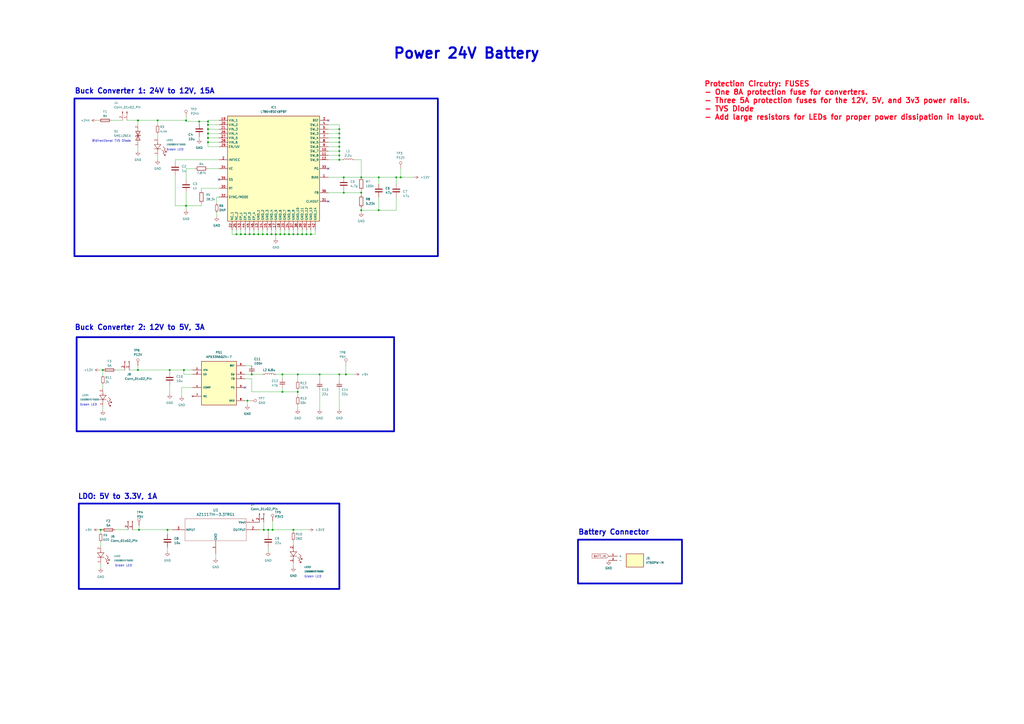
<source format=kicad_sch>
(kicad_sch (version 20231120) (generator "eeschema") (generator_version "8.0")
  (paper "A2")
  (lib_symbols
    (symbol "2024-02-15_17-38-45:AZ1117IH-3.3TRG1" (pin_names (offset 0.254))
      (property "Reference" "U1" (at 25.4 10.16 0))
      (property "Value" "AZ1117IH-3.3TRG1" (at 25.4 7.62 0))
      (symbol "AZ1117IH-3.3TRG1_0_1"
        (polyline (pts (xy 7.62 -7.62) (xy 43.18 -7.62)) (stroke (width 0.127)))
        (polyline (pts (xy 7.62 5.08) (xy 7.62 -7.62)) (stroke (width 0.127)))
        (polyline (pts (xy 43.18 -7.62) (xy 43.18 5.08)) (stroke (width 0.127)))
        (polyline (pts (xy 43.18 5.08) (xy 7.62 5.08)) (stroke (width 0.127)))
        (pin output line (at 50.8 -1.27 180) (length 7.62) (name "OUTPUT") (number "2"))
      )
      (symbol "AZ1117IH-3.3TRG1_1_1"
        (pin power_out line (at 25.4 -15.24 90) (length 7.62) (name "GND") (number "1"))
        (pin input line (at 0 -1.27 0) (length 7.62) (name "INPUT") (number "3"))
        (pin input line (at 50.8 3.175 180) (length 7.62) (name "Vout") (number "4"))
      )
    )
    (symbol "2024-02-25_19-51-49:150080VS75000" (pin_names (offset 0.254))
      (property "Reference" "LED" (at 5.08 -4.445 0))
      (property "Value" "150080VS75000" (at 5.08 -7.62 0))
      (symbol "150080VS75000_1_1"
        (polyline (pts (xy 2.54 0) (xy 3.4798 0)) (stroke (width 0.2032)))
        (polyline (pts (xy 3.175 0) (xy 3.81 0)) (stroke (width 0.2032)))
        (polyline (pts (xy 3.81 -1.905) (xy 6.35 0)) (stroke (width 0.2032)))
        (polyline (pts (xy 3.81 1.905) (xy 3.81 -1.905)) (stroke (width 0.2032)))
        (polyline (pts (xy 5.08 3.175) (xy 6.35 4.445)) (stroke (width 0.2032)))
        (polyline (pts (xy 6.35 -1.905) (xy 6.35 1.905)) (stroke (width 0.2032)))
        (polyline (pts (xy 6.35 0) (xy 3.81 1.905)) (stroke (width 0.2032)))
        (polyline (pts (xy 6.35 0) (xy 7.62 0)) (stroke (width 0.2032)))
        (polyline (pts (xy 6.35 4.445) (xy 6.985 3.81)) (stroke (width 0.2032)))
        (polyline (pts (xy 6.985 2.54) (xy 8.255 3.81)) (stroke (width 0.2032)))
        (polyline (pts (xy 6.985 3.81) (xy 8.255 5.08)) (stroke (width 0.2032)))
        (polyline (pts (xy 7.62 5.08) (xy 8.255 4.445)) (stroke (width 0.2032)))
        (polyline (pts (xy 8.255 3.81) (xy 8.89 3.175)) (stroke (width 0.2032)))
        (polyline (pts (xy 8.255 4.445) (xy 8.255 5.08)) (stroke (width 0.2032)))
        (polyline (pts (xy 8.255 5.08) (xy 7.62 5.08)) (stroke (width 0.2032)))
        (polyline (pts (xy 8.89 3.175) (xy 10.16 4.445)) (stroke (width 0.2032)))
        (polyline (pts (xy 9.525 4.445) (xy 10.16 3.81)) (stroke (width 0.2032)))
        (polyline (pts (xy 10.16 3.81) (xy 10.16 4.445)) (stroke (width 0.2032)))
        (polyline (pts (xy 10.16 4.445) (xy 9.525 4.445)) (stroke (width 0.2032)))
        (pin unspecified line (at 10.16 0 180) (length 2.54) (name "") (number "1"))
        (pin unspecified line (at 0 0 0) (length 2.54) (name "") (number "2"))
      )
    )
    (symbol "AP63356QZV-7:AP63356QZV-7" (pin_names (offset 1.016))
      (property "Reference" "PS" (at -10.16 13.97 0))
      (property "Value" "AP63356QZV-7" (at -10.16 -13.97 0))
      (symbol "AP63356QZV-7_0_0"
        (rectangle (start -10.16 -12.7) (end 10.16 12.7) (stroke (width 0.254)) (fill (type background)))
        (pin input line (at -15.24 7.62 0) (length 5.08) (name "VIN") (number "1"))
        (pin input line (at -15.24 5.08 0) (length 5.08) (name "EN") (number "2"))
        (pin input line (at 15.24 2.54 180) (length 5.08) (name "FB") (number "3"))
        (pin passive line (at -15.24 -2.54 0) (length 5.08) (name "COMP") (number "4"))
        (pin output line (at 15.24 -2.54 180) (length 5.08) (name "PG") (number "5"))
        (pin input line (at 15.24 10.16 180) (length 5.08) (name "BST") (number "6"))
        (pin no_connect line (at -15.24 -7.62 0) (length 5.08) (name "NC") (number "7"))
        (pin power_in line (at 15.24 -10.16 180) (length 5.08) (name "GND") (number "8"))
        (pin output line (at 15.24 5.08 180) (length 5.08) (name "SW") (number "9"))
      )
    )
    (symbol "Connector:Conn_01x02_Pin" (pin_names (offset 1.016) hide)
      (property "Reference" "J" (at 0 2.54 0))
      (property "Value" "Conn_01x02_Pin" (at 0 -5.08 0))
      (symbol "Conn_01x02_Pin_1_1"
        (polyline (pts (xy 1.27 -2.54) (xy 0.8636 -2.54)) (stroke (width 0.1524)))
        (polyline (pts (xy 1.27 0) (xy 0.8636 0)) (stroke (width 0.1524)))
        (rectangle (start 0.8636 -2.413) (end 0 -2.667) (stroke (width 0.1524)) (fill (type outline)))
        (rectangle (start 0.8636 0.127) (end 0 -0.127) (stroke (width 0.1524)) (fill (type outline)))
        (pin passive line (at 5.08 0 180) (length 3.81) (name "Pin_1") (number "1"))
        (pin passive line (at 5.08 -2.54 180) (length 3.81) (name "Pin_2") (number "2"))
      )
    )
    (symbol "Connector:TestPoint" (pin_numbers hide) (pin_names (offset 0.762) hide)
      (property "Reference" "TP" (at 0 6.858 0))
      (property "Value" "TestPoint" (at 0 5.08 0))
      (symbol "TestPoint_0_1"
        (circle (center 0 3.302) (radius 0.762))
      )
      (symbol "TestPoint_1_1"
        (pin passive line (at 0 0 90) (length 2.54) (name "1") (number "1"))
      )
    )
    (symbol "Device:C" (pin_numbers hide) (pin_names (offset 0.254))
      (property "Reference" "C" (at 0.635 2.54 0))
      (property "Value" "C" (at 0.635 -2.54 0))
      (symbol "C_0_1"
        (polyline (pts (xy -2.032 -0.762) (xy 2.032 -0.762)) (stroke (width 0.508)))
        (polyline (pts (xy -2.032 0.762) (xy 2.032 0.762)) (stroke (width 0.508)))
      )
      (symbol "C_1_1"
        (pin passive line (at 0 3.81 270) (length 2.794) (name "~") (number "1"))
        (pin passive line (at 0 -3.81 90) (length 2.794) (name "~") (number "2"))
      )
    )
    (symbol "Device:C_Small" (pin_numbers hide) (pin_names (offset 0.254) hide)
      (property "Reference" "C" (at 0.254 1.778 0))
      (property "Value" "C_Small" (at 0.254 -2.032 0))
      (symbol "C_Small_0_1"
        (polyline (pts (xy -1.524 -0.508) (xy 1.524 -0.508)) (stroke (width 0.3302)))
        (polyline (pts (xy -1.524 0.508) (xy 1.524 0.508)) (stroke (width 0.3048)))
      )
      (symbol "C_Small_1_1"
        (pin passive line (at 0 2.54 270) (length 2.032) (name "~") (number "1"))
        (pin passive line (at 0 -2.54 90) (length 2.032) (name "~") (number "2"))
      )
    )
    (symbol "Device:Fuse" (pin_numbers hide) (pin_names (offset 0))
      (property "Reference" "F" (at 2.032 0 90))
      (property "Value" "Fuse" (at -1.905 0 90))
      (symbol "Fuse_0_1"
        (rectangle (start -0.762 -2.54) (end 0.762 2.54) (stroke (width 0.254)))
        (polyline (pts (xy 0 2.54) (xy 0 -2.54)))
      )
      (symbol "Fuse_1_1"
        (pin passive line (at 0 3.81 270) (length 1.27) (name "~") (number "1"))
        (pin passive line (at 0 -3.81 90) (length 1.27) (name "~") (number "2"))
      )
    )
    (symbol "Device:L" (pin_numbers hide) (pin_names (offset 1.016) hide)
      (property "Reference" "L" (at -1.27 0 90))
      (property "Value" "L" (at 1.905 0 90))
      (symbol "L_0_1"
        (arc (start 0 -2.54) (mid 0.6323 -1.905) (end 0 -1.27))
        (arc (start 0 -1.27) (mid 0.6323 -0.635) (end 0 0))
        (arc (start 0 0) (mid 0.6323 0.635) (end 0 1.27))
        (arc (start 0 1.27) (mid 0.6323 1.905) (end 0 2.54))
      )
      (symbol "L_1_1"
        (pin passive line (at 0 3.81 270) (length 1.27) (name "1") (number "1"))
        (pin passive line (at 0 -3.81 90) (length 1.27) (name "2") (number "2"))
      )
    )
    (symbol "Device:R" (pin_numbers hide) (pin_names (offset 0))
      (property "Reference" "R" (at 2.032 0 90))
      (property "Value" "R" (at 0 0 90))
      (symbol "R_0_1"
        (rectangle (start -1.016 -2.54) (end 1.016 2.54) (stroke (width 0.254)))
      )
      (symbol "R_1_1"
        (pin passive line (at 0 3.81 270) (length 1.27) (name "~") (number "1"))
        (pin passive line (at 0 -3.81 90) (length 1.27) (name "~") (number "2"))
      )
    )
    (symbol "Device:R_Small" (pin_numbers hide) (pin_names (offset 0.254) hide)
      (property "Reference" "R" (at 0.762 0.508 0))
      (property "Value" "R_Small" (at 0.762 -1.016 0))
      (symbol "R_Small_0_1"
        (rectangle (start -0.762 1.778) (end 0.762 -1.778) (stroke (width 0.2032)))
      )
      (symbol "R_Small_1_1"
        (pin passive line (at 0 2.54 270) (length 0.762) (name "~") (number "1"))
        (pin passive line (at 0 -2.54 90) (length 0.762) (name "~") (number "2"))
      )
    )
    (symbol "LT8648SEV#PBF:LT8648SEV#PBF"
      (property "Reference" "IC1" (at 31.75 7.62 0))
      (property "Value" "LT8648SEV#PBF" (at 31.75 5.08 0))
      (symbol "LT8648SEV#PBF_1_1"
        (rectangle (start 5.08 2.54) (end 58.42 -58.42) (stroke (width 0.254)) (fill (type background)))
        (pin passive line (at 63.5 -33.02 180) (length 5.08) (name "BIAS") (number "1"))
        (pin passive line (at 63.5 -17.78 180) (length 5.08) (name "SW_7") (number "10"))
        (pin passive line (at 63.5 -20.32 180) (length 5.08) (name "SW_8") (number "11"))
        (pin passive line (at 63.5 -22.86 180) (length 5.08) (name "SW_9") (number "12"))
        (pin passive line (at 22.86 -63.5 90) (length 5.08) (name "GND_1") (number "13"))
        (pin passive line (at 25.4 -63.5 90) (length 5.08) (name "GND_2") (number "14"))
        (pin passive line (at 27.94 -63.5 90) (length 5.08) (name "GND_3") (number "15"))
        (pin passive line (at 30.48 -63.5 90) (length 5.08) (name "GND_4") (number "16"))
        (pin passive line (at 33.02 -63.5 90) (length 5.08) (name "GND_5") (number "17"))
        (pin passive line (at 35.56 -63.5 90) (length 5.08) (name "GND_6") (number "18"))
        (pin passive line (at 0 0 0) (length 5.08) (name "VIN_1") (number "19"))
        (pin passive line (at 0 -22.86 0) (length 5.08) (name "INTVCC") (number "2"))
        (pin passive line (at 0 -2.54 0) (length 5.08) (name "VIN_2") (number "20"))
        (pin passive line (at 0 -5.08 0) (length 5.08) (name "VIN_3") (number "21"))
        (pin passive line (at 7.62 -63.5 90) (length 5.08) (name "NC_1") (number "22"))
        (pin passive line (at 38.1 -63.5 90) (length 5.08) (name "GND_7") (number "23"))
        (pin passive line (at 40.64 -63.5 90) (length 5.08) (name "GND_8") (number "24"))
        (pin passive line (at 10.16 -63.5 90) (length 5.08) (name "NC_2") (number "25"))
        (pin passive line (at 0 -7.62 0) (length 5.08) (name "VIN_4") (number "26"))
        (pin passive line (at 0 -10.16 0) (length 5.08) (name "VIN_5") (number "27"))
        (pin passive line (at 0 -12.7 0) (length 5.08) (name "VIN_6") (number "28"))
        (pin passive line (at 0 -15.24 0) (length 5.08) (name "EN/UV") (number "29"))
        (pin passive line (at 63.5 0 180) (length 5.08) (name "BST") (number "3"))
        (pin passive line (at 0 -39.37 0) (length 5.08) (name "RT") (number "30"))
        (pin passive line (at 63.5 -46.99 180) (length 5.08) (name "CLKOUT") (number "31"))
        (pin passive line (at 0 -44.45 0) (length 5.08) (name "SYNC/MODE") (number "32"))
        (pin passive line (at 63.5 -27.94 180) (length 5.08) (name "PG") (number "33"))
        (pin passive line (at 0 -27.94 0) (length 5.08) (name "VC") (number "34"))
        (pin passive line (at 0 -34.29 0) (length 5.08) (name "SS") (number "35"))
        (pin passive line (at 63.5 -41.91 180) (length 5.08) (name "FB") (number "36"))
        (pin passive line (at 43.18 -63.5 90) (length 5.08) (name "GND_9") (number "37"))
        (pin passive line (at 45.72 -63.5 90) (length 5.08) (name "GND_10") (number "38"))
        (pin passive line (at 48.26 -63.5 90) (length 5.08) (name "GND_11") (number "39"))
        (pin passive line (at 63.5 -2.54 180) (length 5.08) (name "SW_1") (number "4"))
        (pin passive line (at 50.8 -63.5 90) (length 5.08) (name "GND_12") (number "40"))
        (pin passive line (at 53.34 -63.5 90) (length 5.08) (name "GND_13") (number "41"))
        (pin passive line (at 55.88 -63.5 90) (length 5.08) (name "GND_14") (number "42"))
        (pin passive line (at 12.7 -63.5 90) (length 5.08) (name "EP_1") (number "43"))
        (pin passive line (at 15.24 -63.5 90) (length 5.08) (name "EP_2") (number "44"))
        (pin passive line (at 17.78 -63.5 90) (length 5.08) (name "EP_3") (number "45"))
        (pin passive line (at 20.32 -63.5 90) (length 5.08) (name "EP_4") (number "46"))
        (pin passive line (at 63.5 -5.08 180) (length 5.08) (name "SW_2") (number "5"))
        (pin passive line (at 63.5 -7.62 180) (length 5.08) (name "SW_3") (number "6"))
        (pin passive line (at 63.5 -10.16 180) (length 5.08) (name "SW_4") (number "7"))
        (pin passive line (at 63.5 -12.7 180) (length 5.08) (name "SW_5") (number "8"))
        (pin passive line (at 63.5 -15.24 180) (length 5.08) (name "SW_6") (number "9"))
      )
    )
    (symbol "SMCJ26CA:SMCJ26CA" (pin_names (offset 1.016))
      (property "Reference" "D" (at -7.62 2.413 0))
      (property "Value" "SMCJ26CA" (at -7.62 -4.953 0))
      (symbol "SMCJ26CA_0_0"
        (polyline (pts (xy -5.08 0) (xy 2.54 0)) (stroke (width 0.1524)))
        (polyline (pts (xy -3.81 -1.27) (xy -1.27 0)) (stroke (width 0.254)))
        (polyline (pts (xy -3.81 1.27) (xy -3.81 -1.27)) (stroke (width 0.254)))
        (polyline (pts (xy -1.905 1.27) (xy -1.27 1.27)) (stroke (width 0.254)))
        (polyline (pts (xy -1.27 -1.27) (xy -1.27 0)) (stroke (width 0.254)))
        (polyline (pts (xy -1.27 0) (xy -3.81 1.27)) (stroke (width 0.254)))
        (polyline (pts (xy -1.27 0) (xy -1.27 1.27)) (stroke (width 0.254)))
        (polyline (pts (xy -1.27 0) (xy 1.27 -1.27)) (stroke (width 0.254)))
        (polyline (pts (xy -0.635 -1.27) (xy -1.27 -1.27)) (stroke (width 0.254)))
        (polyline (pts (xy 1.27 -1.27) (xy 1.27 1.27)) (stroke (width 0.254)))
        (polyline (pts (xy 1.27 1.27) (xy -1.27 0)) (stroke (width 0.254)))
        (pin passive line (at -7.62 0 0) (length 2.54) (name "~") (number "1"))
        (pin passive line (at 5.08 0 180) (length 2.54) (name "~") (number "2"))
      )
    )
    (symbol "XT60PW-M:XT60PW-M" (pin_names (offset 1.016))
      (property "Reference" "J" (at -5.08 5.7234 0))
      (property "Value" "XT60PW-M" (at 0 3.81 0))
      (symbol "XT60PW-M_0_0"
        (rectangle (start 0 3.81) (end 10.16 -3.81) (stroke (width 0.254)) (fill (type background)))
        (pin passive line (at -10.16 2.54 0) (length 5.08) (name "+") (number "1"))
        (pin passive line (at -10.16 0 0) (length 5.08) (name "-") (number "2"))
      )
    )
    (symbol "power:+12V" (power) (pin_names (offset 0))
      (property "Value" "+12V" (at 0 3.556 0))
      (symbol "+12V_0_1"
        (polyline (pts (xy -0.762 1.27) (xy 0 2.54)))
        (polyline (pts (xy 0 0) (xy 0 2.54)))
        (polyline (pts (xy 0 2.54) (xy 0.762 1.27)))
      )
      (symbol "+12V_1_1"
        (pin power_in line (at 0 0 90) (length 0) hide (name "+12V") (number "1"))
      )
    )
    (symbol "power:+24V" (power) (pin_names (offset 0))
      (property "Value" "+24V" (at 0 3.556 0))
      (symbol "+24V_0_1"
        (polyline (pts (xy -0.762 1.27) (xy 0 2.54)))
        (polyline (pts (xy 0 0) (xy 0 2.54)))
        (polyline (pts (xy 0 2.54) (xy 0.762 1.27)))
      )
      (symbol "+24V_1_1"
        (pin power_in line (at 0 0 90) (length 0) hide (name "+24V") (number "1"))
      )
    )
    (symbol "power:+3V3" (power) (pin_names (offset 0))
      (property "Value" "+3V3" (at 0 3.556 0))
      (symbol "+3V3_0_1"
        (polyline (pts (xy -0.762 1.27) (xy 0 2.54)))
        (polyline (pts (xy 0 0) (xy 0 2.54)))
        (polyline (pts (xy 0 2.54) (xy 0.762 1.27)))
      )
      (symbol "+3V3_1_1"
        (pin power_in line (at 0 0 90) (length 0) hide (name "+3V3") (number "1"))
      )
    )
    (symbol "power:+5V" (power) (pin_names (offset 0))
      (property "Value" "+5V" (at 0 3.556 0))
      (symbol "+5V_0_1"
        (polyline (pts (xy -0.762 1.27) (xy 0 2.54)))
        (polyline (pts (xy 0 0) (xy 0 2.54)))
        (polyline (pts (xy 0 2.54) (xy 0.762 1.27)))
      )
      (symbol "+5V_1_1"
        (pin power_in line (at 0 0 90) (length 0) hide (name "+5V") (number "1"))
      )
    )
    (symbol "power:GND" (power) (pin_names (offset 0))
      (property "Value" "GND" (at 0 -3.81 0))
      (symbol "GND_0_1"
        (polyline (pts (xy 0 0) (xy 0 -1.27) (xy 1.27 -1.27) (xy 0 -2.54) (xy -1.27 -1.27) (xy 0 -1.27)))
      )
      (symbol "GND_1_1"
        (pin power_in line (at 0 0 270) (length 0) hide (name "GND") (number "1"))
      )
    )
  )
  (junction (at 170.18 135.89))
  (junction (at 80.645 307.34))
  (junction (at 200.66 217.17))
  (junction (at 120.65 77.47))
  (junction (at 142.24 135.89))
  (junction (at 107.95 119.38))
  (junction (at 170.18 307.34))
  (junction (at 175.26 135.89))
  (junction (at 160.02 135.89))
  (junction (at 107.95 69.85))
  (junction (at 115.57 70.485))
  (junction (at 120.65 70.485))
  (junction (at 163.83 227.33))
  (junction (at 199.39 111.76))
  (junction (at 196.85 77.47))
  (junction (at 185.42 217.17))
  (junction (at 199.39 102.87))
  (junction (at 97.155 307.34))
  (junction (at 196.85 85.09))
  (junction (at 98.425 214.63))
  (junction (at 120.65 72.39))
  (junction (at 153.035 307.34))
  (junction (at 155.575 307.34))
  (junction (at 196.85 92.71))
  (junction (at 172.72 135.89))
  (junction (at 139.7 135.89))
  (junction (at 209.55 121.92))
  (junction (at 106.68 214.63))
  (junction (at 158.115 307.34))
  (junction (at 232.41 102.87))
  (junction (at 80.01 214.63))
  (junction (at 144.78 135.89))
  (junction (at 180.34 135.89))
  (junction (at 157.48 135.89))
  (junction (at 219.71 121.92))
  (junction (at 59.69 214.63))
  (junction (at 196.85 87.63))
  (junction (at 163.83 217.17))
  (junction (at 196.85 90.17))
  (junction (at 120.65 80.01))
  (junction (at 58.42 307.34))
  (junction (at 154.94 135.89))
  (junction (at 196.85 82.55))
  (junction (at 196.85 74.93))
  (junction (at 120.65 82.55))
  (junction (at 177.8 135.89))
  (junction (at 196.85 217.17))
  (junction (at 167.64 135.89))
  (junction (at 196.85 80.01))
  (junction (at 146.05 217.17))
  (junction (at 80.01 69.85))
  (junction (at 229.87 102.87))
  (junction (at 120.65 74.93))
  (junction (at 91.44 69.85))
  (junction (at 137.16 135.89))
  (junction (at 152.4 135.89))
  (junction (at 209.55 111.76))
  (junction (at 172.72 227.33))
  (junction (at 172.72 217.17))
  (junction (at 219.71 102.87))
  (junction (at 209.55 102.87))
  (junction (at 165.1 135.89))
  (junction (at 162.56 135.89))
  (junction (at 147.32 135.89))
  (junction (at 143.51 232.41))
  (junction (at 149.86 135.89))
  (no_connect (at 190.5 69.85))
  (no_connect (at 142.24 224.79))
  (no_connect (at 127 104.14))
  (no_connect (at 190.5 97.79))
  (no_connect (at 190.5 116.84))
  (wire (pts (xy 219.71 106.68) (xy 219.71 102.87)))
  (wire (pts (xy 120.65 82.55) (xy 120.65 80.01)))
  (wire (pts (xy 196.85 72.39) (xy 196.85 74.93)))
  (wire (pts (xy 144.78 135.89) (xy 147.32 135.89)))
  (wire (pts (xy 185.42 220.98) (xy 185.42 217.17)))
  (wire (pts (xy 162.56 135.89) (xy 165.1 135.89)))
  (wire (pts (xy 143.51 232.41) (xy 144.78 232.41)))
  (wire (pts (xy 190.5 90.17) (xy 196.85 90.17)))
  (wire (pts (xy 157.48 133.35) (xy 157.48 135.89)))
  (wire (pts (xy 139.7 133.35) (xy 139.7 135.89)))
  (wire (pts (xy 80.01 212.09) (xy 80.01 214.63)))
  (wire (pts (xy 67.31 214.63) (xy 72.39 214.63)))
  (wire (pts (xy 196.85 226.06) (xy 196.85 237.49)))
  (wire (pts (xy 150.495 307.34) (xy 153.035 307.34)))
  (wire (pts (xy 165.1 135.89) (xy 167.64 135.89)))
  (wire (pts (xy 137.16 135.89) (xy 139.7 135.89)))
  (wire (pts (xy 200.66 212.09) (xy 200.66 217.17)))
  (wire (pts (xy 172.72 217.17) (xy 163.83 217.17)))
  (wire (pts (xy 80.01 69.85) (xy 80.01 72.39)))
  (wire (pts (xy 64.77 69.85) (xy 71.12 69.85)))
  (wire (pts (xy 167.64 133.35) (xy 167.64 135.89)))
  (wire (pts (xy 163.83 227.33) (xy 172.72 227.33)))
  (wire (pts (xy 80.01 69.85) (xy 91.44 69.85)))
  (wire (pts (xy 190.5 77.47) (xy 196.85 77.47)))
  (wire (pts (xy 229.87 102.87) (xy 219.71 102.87)))
  (wire (pts (xy 107.95 69.85) (xy 107.95 70.485)))
  (wire (pts (xy 229.87 121.92) (xy 219.71 121.92)))
  (wire (pts (xy 73.66 69.85) (xy 80.01 69.85)))
  (wire (pts (xy 232.41 102.87) (xy 229.87 102.87)))
  (wire (pts (xy 190.5 111.76) (xy 199.39 111.76)))
  (wire (pts (xy 125.095 321.31) (xy 125.095 323.85)))
  (wire (pts (xy 91.44 90.17) (xy 91.44 92.71)))
  (wire (pts (xy 107.95 111.76) (xy 107.95 119.38)))
  (wire (pts (xy 120.65 97.79) (xy 127 97.79)))
  (wire (pts (xy 180.34 135.89) (xy 182.88 135.89)))
  (wire (pts (xy 182.88 135.89) (xy 182.88 133.35)))
  (wire (pts (xy 80.01 85.09) (xy 80.01 87.63)))
  (wire (pts (xy 162.56 133.35) (xy 162.56 135.89)))
  (wire (pts (xy 196.85 217.17) (xy 200.66 217.17)))
  (wire (pts (xy 157.48 135.89) (xy 160.02 135.89)))
  (wire (pts (xy 101.6 119.38) (xy 107.95 119.38)))
  (wire (pts (xy 120.65 70.485) (xy 115.57 70.485)))
  (wire (pts (xy 160.02 133.35) (xy 160.02 135.89)))
  (wire (pts (xy 120.65 72.39) (xy 127 72.39)))
  (wire (pts (xy 196.85 85.09) (xy 196.85 87.63)))
  (wire (pts (xy 57.15 307.34) (xy 58.42 307.34)))
  (wire (pts (xy 175.26 135.89) (xy 177.8 135.89)))
  (wire (pts (xy 111.76 217.17) (xy 106.68 217.17)))
  (wire (pts (xy 143.51 232.41) (xy 142.24 232.41)))
  (wire (pts (xy 137.16 133.35) (xy 137.16 135.89)))
  (wire (pts (xy 125.73 114.3) (xy 125.73 118.11)))
  (wire (pts (xy 91.44 77.47) (xy 91.44 80.01)))
  (wire (pts (xy 199.39 102.87) (xy 209.55 102.87)))
  (wire (pts (xy 111.76 214.63) (xy 106.68 214.63)))
  (wire (pts (xy 163.83 217.17) (xy 160.02 217.17)))
  (wire (pts (xy 142.24 135.89) (xy 144.78 135.89)))
  (wire (pts (xy 172.72 227.33) (xy 172.72 229.87)))
  (wire (pts (xy 147.32 133.35) (xy 147.32 135.89)))
  (wire (pts (xy 190.5 80.01) (xy 196.85 80.01)))
  (wire (pts (xy 172.72 135.89) (xy 175.26 135.89)))
  (wire (pts (xy 229.87 114.3) (xy 229.87 121.92)))
  (wire (pts (xy 97.155 309.88) (xy 97.155 307.34)))
  (wire (pts (xy 170.18 307.34) (xy 179.07 307.34)))
  (wire (pts (xy 144.78 133.35) (xy 144.78 135.89)))
  (wire (pts (xy 127 69.85) (xy 120.65 69.85)))
  (wire (pts (xy 155.575 307.34) (xy 158.115 307.34)))
  (wire (pts (xy 107.95 70.485) (xy 115.57 70.485)))
  (wire (pts (xy 172.72 226.06) (xy 172.72 227.33)))
  (wire (pts (xy 91.44 69.85) (xy 91.44 72.39)))
  (wire (pts (xy 120.65 85.09) (xy 120.65 82.55)))
  (wire (pts (xy 55.88 69.85) (xy 57.15 69.85)))
  (wire (pts (xy 196.85 77.47) (xy 196.85 80.01)))
  (wire (pts (xy 154.94 133.35) (xy 154.94 135.89)))
  (wire (pts (xy 59.69 214.63) (xy 57.785 214.63)))
  (wire (pts (xy 98.425 214.63) (xy 98.425 215.9)))
  (wire (pts (xy 170.18 135.89) (xy 172.72 135.89)))
  (wire (pts (xy 146.05 219.71) (xy 146.05 227.33)))
  (wire (pts (xy 177.8 135.89) (xy 180.34 135.89)))
  (wire (pts (xy 120.65 77.47) (xy 120.65 74.93)))
  (wire (pts (xy 170.18 326.39) (xy 170.18 328.93)))
  (wire (pts (xy 120.65 80.01) (xy 127 80.01)))
  (wire (pts (xy 80.645 307.34) (xy 97.155 307.34)))
  (wire (pts (xy 209.55 121.92) (xy 209.55 120.65)))
  (wire (pts (xy 58.42 307.34) (xy 58.42 309.245)))
  (wire (pts (xy 153.035 307.34) (xy 155.575 307.34)))
  (wire (pts (xy 149.86 133.35) (xy 149.86 135.89)))
  (wire (pts (xy 115.57 70.485) (xy 115.57 71.755)))
  (wire (pts (xy 170.18 313.69) (xy 170.18 316.23)))
  (wire (pts (xy 232.41 97.79) (xy 232.41 102.87)))
  (wire (pts (xy 59.69 214.63) (xy 59.69 217.805)))
  (wire (pts (xy 155.575 317.5) (xy 155.575 320.04)))
  (wire (pts (xy 115.57 79.375) (xy 115.57 80.645)))
  (wire (pts (xy 107.95 97.79) (xy 107.95 104.14)))
  (wire (pts (xy 127 85.09) (xy 120.65 85.09)))
  (wire (pts (xy 127 82.55) (xy 120.65 82.55)))
  (wire (pts (xy 142.24 219.71) (xy 146.05 219.71)))
  (wire (pts (xy 190.5 87.63) (xy 196.85 87.63)))
  (wire (pts (xy 111.76 224.79) (xy 105.41 224.79)))
  (wire (pts (xy 142.24 217.17) (xy 146.05 217.17)))
  (wire (pts (xy 153.035 302.895) (xy 153.035 307.34)))
  (wire (pts (xy 229.87 106.68) (xy 229.87 102.87)))
  (wire (pts (xy 142.24 212.09) (xy 146.05 212.09)))
  (wire (pts (xy 120.65 72.39) (xy 120.65 70.485)))
  (wire (pts (xy 172.72 220.98) (xy 172.72 217.17)))
  (wire (pts (xy 106.68 217.17) (xy 106.68 214.63)))
  (wire (pts (xy 101.6 101.6) (xy 101.6 119.38)))
  (wire (pts (xy 120.65 74.93) (xy 120.65 72.39)))
  (wire (pts (xy 160.02 135.89) (xy 162.56 135.89)))
  (wire (pts (xy 196.85 90.17) (xy 196.85 92.71)))
  (wire (pts (xy 158.115 307.34) (xy 170.18 307.34)))
  (wire (pts (xy 107.95 119.38) (xy 116.84 119.38)))
  (wire (pts (xy 127 114.3) (xy 125.73 114.3)))
  (wire (pts (xy 127 109.22) (xy 116.84 109.22)))
  (wire (pts (xy 66.675 307.34) (xy 74.295 307.34)))
  (wire (pts (xy 120.65 80.01) (xy 120.65 77.47)))
  (wire (pts (xy 97.155 317.5) (xy 97.155 320.04)))
  (wire (pts (xy 209.55 102.87) (xy 209.55 92.71)))
  (wire (pts (xy 154.94 135.89) (xy 157.48 135.89)))
  (wire (pts (xy 219.71 121.92) (xy 209.55 121.92)))
  (wire (pts (xy 190.5 72.39) (xy 196.85 72.39)))
  (wire (pts (xy 97.155 307.34) (xy 99.695 307.34)))
  (wire (pts (xy 165.1 133.35) (xy 165.1 135.89)))
  (wire (pts (xy 76.835 307.34) (xy 80.645 307.34)))
  (wire (pts (xy 113.03 97.79) (xy 107.95 97.79)))
  (wire (pts (xy 107.95 67.945) (xy 107.95 69.85)))
  (wire (pts (xy 146.05 217.17) (xy 152.4 217.17)))
  (wire (pts (xy 105.41 224.79) (xy 105.41 229.87)))
  (wire (pts (xy 180.34 133.35) (xy 180.34 135.89)))
  (wire (pts (xy 152.4 133.35) (xy 152.4 135.89)))
  (wire (pts (xy 98.425 223.52) (xy 98.425 228.6)))
  (wire (pts (xy 59.69 222.885) (xy 59.69 225.425)))
  (wire (pts (xy 147.32 135.89) (xy 149.86 135.89)))
  (wire (pts (xy 185.42 226.06) (xy 185.42 237.49)))
  (wire (pts (xy 158.115 302.26) (xy 158.115 307.34)))
  (wire (pts (xy 196.85 74.93) (xy 196.85 77.47)))
  (wire (pts (xy 232.41 102.87) (xy 240.03 102.87)))
  (wire (pts (xy 125.73 123.19) (xy 125.73 125.73)))
  (wire (pts (xy 80.01 214.63) (xy 98.425 214.63)))
  (wire (pts (xy 160.02 135.89) (xy 160.02 138.43)))
  (wire (pts (xy 120.65 70.485) (xy 120.65 69.85)))
  (wire (pts (xy 59.69 235.585) (xy 59.69 238.125)))
  (wire (pts (xy 163.83 219.71) (xy 163.83 217.17)))
  (wire (pts (xy 142.24 133.35) (xy 142.24 135.89)))
  (wire (pts (xy 196.85 217.17) (xy 196.85 220.98)))
  (wire (pts (xy 80.645 304.8) (xy 80.645 307.34)))
  (wire (pts (xy 116.84 109.22) (xy 116.84 110.49)))
  (wire (pts (xy 107.95 119.38) (xy 107.95 121.92)))
  (wire (pts (xy 143.51 234.95) (xy 143.51 232.41)))
  (wire (pts (xy 209.55 92.71) (xy 205.74 92.71)))
  (wire (pts (xy 91.44 69.85) (xy 107.95 69.85)))
  (wire (pts (xy 200.66 217.17) (xy 205.74 217.17)))
  (wire (pts (xy 152.4 135.89) (xy 154.94 135.89)))
  (wire (pts (xy 196.85 92.71) (xy 198.12 92.71)))
  (wire (pts (xy 58.42 307.34) (xy 59.055 307.34)))
  (wire (pts (xy 134.62 133.35) (xy 134.62 135.89)))
  (wire (pts (xy 74.93 214.63) (xy 80.01 214.63)))
  (wire (pts (xy 163.83 224.79) (xy 163.83 227.33)))
  (wire (pts (xy 172.72 133.35) (xy 172.72 135.89)))
  (wire (pts (xy 172.72 217.17) (xy 185.42 217.17)))
  (wire (pts (xy 167.64 135.89) (xy 170.18 135.89)))
  (wire (pts (xy 172.72 234.95) (xy 172.72 237.49)))
  (wire (pts (xy 196.85 80.01) (xy 196.85 82.55)))
  (wire (pts (xy 219.71 114.3) (xy 219.71 121.92)))
  (wire (pts (xy 146.05 227.33) (xy 163.83 227.33)))
  (wire (pts (xy 209.55 121.92) (xy 209.55 123.19)))
  (wire (pts (xy 120.65 74.93) (xy 127 74.93)))
  (wire (pts (xy 106.68 214.63) (xy 98.425 214.63)))
  (wire (pts (xy 101.6 93.98) (xy 101.6 92.71)))
  (wire (pts (xy 209.55 110.49) (xy 209.55 111.76)))
  (wire (pts (xy 116.84 119.38) (xy 116.84 118.11)))
  (wire (pts (xy 190.5 74.93) (xy 196.85 74.93)))
  (wire (pts (xy 58.42 327.025) (xy 58.42 329.565)))
  (wire (pts (xy 190.5 102.87) (xy 199.39 102.87)))
  (wire (pts (xy 170.18 307.34) (xy 170.18 308.61)))
  (wire (pts (xy 58.42 314.325) (xy 58.42 316.865)))
  (wire (pts (xy 139.7 135.89) (xy 142.24 135.89)))
  (wire (pts (xy 170.18 133.35) (xy 170.18 135.89)))
  (wire (pts (xy 101.6 92.71) (xy 127 92.71)))
  (wire (pts (xy 149.86 135.89) (xy 152.4 135.89)))
  (wire (pts (xy 134.62 135.89) (xy 137.16 135.89)))
  (wire (pts (xy 196.85 87.63) (xy 196.85 90.17)))
  (wire (pts (xy 190.5 85.09) (xy 196.85 85.09)))
  (wire (pts (xy 177.8 133.35) (xy 177.8 135.89)))
  (wire (pts (xy 190.5 92.71) (xy 196.85 92.71)))
  (wire (pts (xy 190.5 82.55) (xy 196.85 82.55)))
  (wire (pts (xy 175.26 133.35) (xy 175.26 135.89)))
  (wire (pts (xy 209.55 113.03) (xy 209.55 111.76)))
  (wire (pts (xy 155.575 309.88) (xy 155.575 307.34)))
  (wire (pts (xy 185.42 217.17) (xy 196.85 217.17)))
  (wire (pts (xy 120.65 77.47) (xy 127 77.47)))
  (wire (pts (xy 199.39 111.76) (xy 209.55 111.76)))
  (wire (pts (xy 196.85 82.55) (xy 196.85 85.09)))
  (wire (pts (xy 219.71 102.87) (xy 209.55 102.87)))
  (wire (pts (xy 199.39 110.49) (xy 199.39 111.76)))
  (rectangle (start 335.28 313.055) (end 395.605 338.455) (stroke (width 1)))
  (rectangle (start 45.72 292.1) (end 196.85 341.63) (stroke (width 1)))
  (rectangle (start 44.45 195.58) (end 228.6 250.19) (stroke (width 1)))
  (rectangle (start 43.18 57.15) (end 254 148.59) (stroke (width 1)))
  (rectangle (start 128.905 292.1) (end 128.905 292.1))
  (text "Green LED\n" (at 46.355 235.585 0) (effects (font (size 1.27 1.27)) (justify left bottom)))
  (text "LDO: 5V to 3.3V, 1A\n\n" (at 45.085 294.64 0) (effects (font (size 3 3) (thickness 0.6) (bold yes)) (justify left bottom)))
  (text "Green LED\n" (at 66.675 328.93 0) (effects (font (size 1.27 1.27)) (justify left bottom)))
  (text "Protection Circutry: FUSES\n- One 8A protection fuse for converters.\n- Three 5A protection fuses for the 12V, 5V, and 3v3 power rails.\n- TVS Diode\n- Add large resistors for LEDs for proper power dissipation in layout.\n\n\n  " (at 408.432 84.328 0) (effects (font (size 3 3) (bold yes)) (justify left bottom)))
  (text "Green LED\n" (at 96.52 87.63 0) (effects (font (size 1.27 1.27)) (justify left bottom)))
  (text "Bidirectional TVS Diode\n" (at 53.34 82.55 0) (effects (font (size 1.27 1.27)) (justify left bottom)))
  (text "Battery Connector" (at 335.28 310.515 0) (effects (font (size 3 3) (thickness 0.6) (bold yes)) (justify left bottom)))
  (text "Power 24V Battery\n" (at 227.838 34.544 0) (effects (font (size 6 6) (bold yes)) (justify left bottom)))
  (text "Buck Converter 2: 12V to 5V, 3A\n" (at 43.18 191.77 0) (effects (font (size 3 3) (thickness 0.6) (bold yes)) (justify left bottom)))
  (text "Buck Converter 1: 24V to 12V, 15A \n" (at 43.18 54.61 0) (effects (font (size 3 3) (thickness 0.6) (bold yes)) (justify left bottom)))
  (text "Green LED\n" (at 176.53 335.28 0) (effects (font (size 1.27 1.27)) (justify left bottom)))
  (global_label "BATT_IN" (shape input) (at 353.06 322.58 180) (property "Intersheetrefs" "${INTERSHEET_REFS}" (effects (hide yes))))
  (symbol (lib_id "Connector:TestPoint") (at 200.66 212.09 0) (unit 1)
    (property "Reference" "TP8" (at 196.85 204.47 0) (effects (justify left)))
    (property "Value" "P5V" (at 196.85 207.01 0) (effects (justify left)))
    (property "Footprint" "TestPoint:TestPoint_Pad_D2.0mm" (effects (hide yes)))
  )
  (symbol (lib_id "Device:C") (at 229.87 110.49 0) (unit 1)
    (property "Reference" "C7" (at 233.68 111.125 0) (effects (justify left)))
    (property "Value" "47u" (at 233.68 113.665 0) (effects (justify left)))
    (property "Footprint" "Capacitor_SMD:C_1206_3216Metric" (effects (hide yes)))
  )
  (symbol (lib_id "Device:C") (at 107.95 107.95 0) (unit 1)
    (property "Reference" "C3" (at 111.76 106.68 0) (effects (justify left)))
    (property "Value" "1n" (at 111.76 109.22 0) (effects (justify left)))
    (property "Footprint" "Capacitor_SMD:C_0805_2012Metric" (effects (hide yes)))
  )
  (symbol (lib_id "power:+12V") (at 240.03 102.87 270) (unit 1)
    (property "Reference" "#PWR016" (effects (hide yes)))
    (property "Value" "+12V" (at 243.84 102.87 90) (effects (justify left)))
  )
  (symbol (lib_id "Device:R_Small") (at 170.18 311.15 0) (unit 1)
    (property "Reference" "R10" (at 171.45 309.88 0) (effects (justify left)))
    (property "Value" "260" (at 171.45 312.42 0) (effects (justify left)))
    (property "Footprint" "Resistor_SMD:R_0805_2012Metric" (effects (hide yes)))
  )
  (symbol (lib_id "power:GND") (at 209.55 123.19 0) (unit 1)
    (property "Reference" "#PWR015" (effects (hide yes)))
    (property "Value" "GND" (at 209.55 128.27 0))
  )
  (symbol (lib_id "XT60PW-M:XT60PW-M") (at 363.22 325.12 0) (unit 1)
    (property "Reference" "J5" (at 374.65 323.85 0) (effects (justify left)))
    (property "Value" "XT60PW-M" (at 374.65 326.39 0) (effects (justify left)))
    (property "Footprint" "CSTAR-MainBoard-Footprints:AMASS_XT60PW-M" (effects (hide yes)))
    (property "Description" "\nSocket, DC supply, male, PIN: 2\n" (effects (hide yes)))
    (property "MAXIMUM_PACKAGE_HEIGHT" "8.4 mm" (effects (hide yes)))
  )
  (symbol (lib_id "Device:C") (at 97.155 313.69 0) (unit 1)
    (property "Reference" "C8" (at 100.965 312.42 0) (effects (justify left)))
    (property "Value" "10u" (at 100.965 314.96 0) (effects (justify left)))
    (property "Footprint" "Capacitor_SMD:C_0805_2012Metric" (effects (hide yes)))
  )
  (symbol (lib_id "Connector:Conn_01x02_Pin") (at 74.93 209.55 270) (unit 1)
    (property "Reference" "J8" (at 73.66 217.17 90) (effects (justify left)))
    (property "Value" "Conn_01x02_Pin" (at 72.39 219.71 90) (effects (justify left)))
    (property "Footprint" "Connector_PinHeader_2.54mm:PinHeader_1x02_P2.54mm_Vertical" (effects (hide yes)))
  )
  (symbol (lib_id "Device:R") (at 209.55 106.68 180) (unit 1)
    (property "Reference" "R7" (at 212.09 105.41 0) (effects (justify right)))
    (property "Value" "100k" (at 212.09 107.95 0) (effects (justify right)))
    (property "Footprint" "Resistor_SMD:R_0805_2012Metric" (effects (hide yes)))
  )
  (symbol (lib_id "Connector:TestPoint") (at 80.645 304.8 0) (unit 1)
    (property "Reference" "TP4" (at 79.375 297.18 0) (effects (justify left)))
    (property "Value" "P5V" (at 79.375 299.72 0) (effects (justify left)))
    (property "Footprint" "TestPoint:TestPoint_Pad_D2.0mm" (effects (hide yes)))
  )
  (symbol (lib_id "Device:R_Small") (at 59.69 220.345 0) (unit 1)
    (property "Reference" "R11" (at 60.96 219.075 0) (effects (justify left)))
    (property "Value" "2k" (at 60.96 221.615 0) (effects (justify left)))
    (property "Footprint" "Resistor_SMD:R_0805_2012Metric" (effects (hide yes)))
  )
  (symbol (lib_id "Device:R_Small") (at 172.72 223.52 0) (unit 1)
    (property "Reference" "R12" (at 173.99 222.25 0) (effects (justify left)))
    (property "Value" "157k" (at 173.99 224.79 0) (effects (justify left)))
    (property "Footprint" "Resistor_SMD:R_0805_2012Metric" (effects (hide yes)))
  )
  (symbol (lib_id "Connector:Conn_01x02_Pin") (at 73.66 64.77 270) (unit 1)
    (property "Reference" "J4" (at 66.04 59.69 90) (effects (justify left)))
    (property "Value" "Conn_01x02_Pin" (at 66.04 62.23 90) (effects (justify left)))
    (property "Footprint" "Connector_PinHeader_2.54mm:PinHeader_1x02_P2.54mm_Vertical" (effects (hide yes)))
  )
  (symbol (lib_id "2024-02-25_19-51-49:150080VS75000") (at 170.18 316.23 270) (unit 1)
    (property "Reference" "LED3" (at 176.53 328.93 90) (effects (font (size 1 1)) (justify left)))
    (property "Value" "150080VS75000" (at 176.53 331.47 90) (effects (font (size 0.9 0.9)) (justify left)))
    (property "Footprint" "CSTAR-MainBoard-Footprints:LED_0VS75000_WRE" (effects (hide yes)))
    (property "Datasheet" "150080VS75000" (effects (hide yes)))
  )
  (symbol (lib_id "Device:L") (at 201.93 92.71 90) (unit 1)
    (property "Reference" "L1" (at 201.93 87.63 90))
    (property "Value" "2.2u" (at 201.93 90.17 90))
    (property "Footprint" "CSTAR-MainBoard-Footprints:L1_2.2uH" (effects (hide yes)))
  )
  (symbol (lib_id "Device:C") (at 115.57 75.565 0) (unit 1)
    (property "Reference" "C4" (at 109.22 78.105 0) (effects (justify left)))
    (property "Value" "10u" (at 109.22 80.645 0) (effects (justify left)))
    (property "Footprint" "Capacitor_SMD:C_0805_2012Metric" (effects (hide yes)))
  )
  (symbol (lib_id "Device:C_Small") (at 146.05 214.63 0) (unit 1)
    (property "Reference" "C11" (at 147.32 208.28 0) (effects (justify left)))
    (property "Value" "100n" (at 147.32 210.82 0) (effects (justify left)))
    (property "Footprint" "Capacitor_SMD:C_0805_2012Metric" (effects (hide yes)))
  )
  (symbol (lib_id "power:GND") (at 170.18 328.93 0) (unit 1)
    (property "Reference" "#PWR023" (effects (hide yes)))
    (property "Value" "GND" (at 170.18 334.01 0))
  )
  (symbol (lib_id "power:GND") (at 160.02 138.43 0) (unit 1)
    (property "Reference" "#PWR014" (effects (hide yes)))
    (property "Value" "GND" (at 160.02 143.51 0))
  )
  (symbol (lib_id "Device:L") (at 156.21 217.17 90) (unit 1)
    (property "Reference" "L2" (at 153.67 214.63 90))
    (property "Value" "6.8u" (at 157.48 214.63 90))
    (property "Footprint" "CSTAR-MainBoard-Footprints:L2_6.8uH" (effects (hide yes)))
  )
  (symbol (lib_id "power:GND") (at 185.42 237.49 0) (unit 1)
    (property "Reference" "#PWR031" (effects (hide yes)))
    (property "Value" "GND" (at 185.42 242.57 0))
  )
  (symbol (lib_id "power:GND") (at 172.72 237.49 0) (unit 1)
    (property "Reference" "#PWR030" (effects (hide yes)))
    (property "Value" "GND" (at 172.72 242.57 0))
  )
  (symbol (lib_id "power:GND") (at 98.425 228.6 0) (unit 1)
    (property "Reference" "#PWR027" (effects (hide yes)))
    (property "Value" "GND" (at 98.425 233.68 0))
  )
  (symbol (lib_id "Device:C_Small") (at 163.83 222.25 0) (unit 1)
    (property "Reference" "C12" (at 157.48 220.98 0) (effects (justify left)))
    (property "Value" "47p" (at 157.48 223.52 0) (effects (justify left)))
    (property "Footprint" "Capacitor_SMD:C_0805_2012Metric" (effects (hide yes)))
  )
  (symbol (lib_id "power:+3V3") (at 179.07 307.34 270) (unit 1)
    (property "Reference" "#PWR024" (effects (hide yes)))
    (property "Value" "+3V3" (at 182.88 307.34 90) (effects (justify left)))
  )
  (symbol (lib_id "AP63356QZV-7:AP63356QZV-7") (at 127 222.25 0) (unit 1)
    (property "Reference" "PS1" (at 127 204.47 0))
    (property "Value" "AP63356QZV-7" (at 127 207.01 0))
    (property "Footprint" "CSTAR-MainBoard-Footprints:IC9_AP63356QZV-7_DIO" (effects (hide yes)))
    (property "Description" "\nConverter, DC to DC, 32V, 3.5A, low IQ, synchronous buck HE converter | Diodes Inc AP63356QZV-7\n" (effects (hide yes)))
    (property "MF" "Diodes Incorporated" (effects (hide yes)))
    (property "MAXIMUM_PACKAGE_HEIGHT" "0.9 mm" (effects (hide yes)))
    (property "Package" "PowerVFDFN-13 Diodes Inc." (effects (hide yes)))
    (property "Price" "None" (effects (hide yes)))
    (property "Check_prices" "https://www.snapeda.com/parts/AP63356QZV-7/Diodes+Inc./view-part/?ref=eda" (effects (hide yes)))
    (property "STANDARD" "Manufacturer Recommendations" (effects (hide yes)))
    (property "PARTREV" "1-2" (effects (hide yes)))
    (property "SnapEDA_Link" "https://www.snapeda.com/parts/AP63356QZV-7/Diodes+Inc./view-part/?ref=snap" (effects (hide yes)))
    (property "MP" "AP63356QZV-7" (effects (hide yes)))
    (property "Purchase-URL" "https://www.snapeda.com/api/url_track_click_mouser/?unipart_id=5823050&manufacturer=Diodes Incorporated&part_name=AP63356QZV-7&search_term=ap63356qzv-7" (effects (hide yes)))
    (property "MANUFACTURER" "DIODES" (effects (hide yes)))
    (property "Availability" "In Stock" (effects (hide yes)))
    (property "SNAPEDA_PN" "AP63356QZV-7" (effects (hide yes)))
  )
  (symbol (lib_id "Device:Fuse") (at 60.96 69.85 90) (unit 1)
    (property "Reference" "F1" (at 60.96 64.77 90))
    (property "Value" "8A" (at 60.96 67.31 90))
    (property "Footprint" "Fuse:Fuse_0805_2012Metric" (effects (hide yes)))
  )
  (symbol (lib_id "power:GND") (at 155.575 320.04 0) (unit 1)
    (property "Reference" "#PWR022" (effects (hide yes)))
    (property "Value" "GND" (at 155.575 325.12 0))
  )
  (symbol (lib_id "Device:R_Small") (at 172.72 232.41 0) (unit 1)
    (property "Reference" "R13" (at 173.99 231.14 0) (effects (justify left)))
    (property "Value" "30k" (at 173.99 233.68 0) (effects (justify left)))
    (property "Footprint" "Resistor_SMD:R_0805_2012Metric" (effects (hide yes)))
  )
  (symbol (lib_id "Device:C") (at 155.575 313.69 0) (unit 1)
    (property "Reference" "C9" (at 159.385 312.42 0) (effects (justify left)))
    (property "Value" "22u" (at 159.385 314.96 0) (effects (justify left)))
    (property "Footprint" "Capacitor_SMD:C_0805_2012Metric" (effects (hide yes)))
  )
  (symbol (lib_id "power:GND") (at 107.95 121.92 0) (unit 1)
    (property "Reference" "#PWR011" (effects (hide yes)))
    (property "Value" "GND" (at 107.95 127 0))
  )
  (symbol (lib_id "2024-02-25_19-51-49:150080VS75000") (at 58.42 316.865 270) (unit 1)
    (property "Reference" "LED2" (at 66.04 322.58 90) (effects (font (size 1 1)) (justify left)))
    (property "Value" "150080VS75000" (at 66.04 325.12 90) (effects (font (size 0.9 0.9)) (justify left)))
    (property "Footprint" "CSTAR-MainBoard-Footprints:LED_0VS75000_WRE" (effects (hide yes)))
    (property "Datasheet" "150080VS75000" (effects (hide yes)))
  )
  (symbol (lib_id "Device:C") (at 98.425 219.71 0) (unit 1)
    (property "Reference" "C10" (at 102.235 218.44 0) (effects (justify left)))
    (property "Value" "10u" (at 102.235 220.98 0) (effects (justify left)))
    (property "Footprint" "Capacitor_SMD:C_0805_2012Metric" (effects (hide yes)))
  )
  (symbol (lib_id "power:GND") (at 58.42 329.565 0) (unit 1)
    (property "Reference" "#PWR019" (effects (hide yes)))
    (property "Value" "GND" (at 58.42 334.645 0))
  )
  (symbol (lib_id "Device:R") (at 116.84 114.3 180) (unit 1)
    (property "Reference" "R5" (at 119.38 113.03 0) (effects (justify right)))
    (property "Value" "38.3k" (at 119.38 115.57 0) (effects (justify right)))
    (property "Footprint" "Resistor_SMD:R_0805_2012Metric" (effects (hide yes)))
  )
  (symbol (lib_id "Connector:TestPoint") (at 80.01 212.09 0) (unit 1)
    (property "Reference" "TP6" (at 77.47 203.2 0) (effects (justify left)))
    (property "Value" "P12V" (at 77.47 205.74 0) (effects (justify left)))
    (property "Footprint" "TestPoint:TestPoint_Pad_D2.0mm" (effects (hide yes)))
  )
  (symbol (lib_id "power:GND") (at 143.51 234.95 0) (unit 1)
    (property "Reference" "#PWR029" (effects (hide yes)))
    (property "Value" "GND" (at 143.51 240.03 0))
  )
  (symbol (lib_id "Device:C_Small") (at 185.42 223.52 0) (unit 1)
    (property "Reference" "C13" (at 186.69 226.06 0) (effects (justify left)))
    (property "Value" "22u" (at 186.69 228.6 0) (effects (justify left)))
    (property "Footprint" "Capacitor_SMD:C_0805_2012Metric" (effects (hide yes)))
  )
  (symbol (lib_id "Device:R_Small") (at 125.73 120.65 0) (unit 1)
    (property "Reference" "R6" (at 127 119.38 0) (effects (justify left)))
    (property "Value" "DNP" (at 127 121.92 0) (effects (justify left)))
    (property "Footprint" "Resistor_SMD:R_0805_2012Metric" (effects (hide yes)))
  )
  (symbol (lib_id "Device:Fuse") (at 62.865 307.34 90) (unit 1)
    (property "Reference" "F2" (at 62.865 302.26 90))
    (property "Value" "5A" (at 62.865 304.8 90))
    (property "Footprint" "Fuse:Fuse_0805_2012Metric" (effects (hide yes)))
  )
  (symbol (lib_id "2024-02-15_17-38-45:AZ1117IH-3.3TRG1") (at 99.695 306.07 0) (unit 1)
    (property "Reference" "U1" (at 125.095 295.91 0) (effects (font (size 1.524 1.524))))
    (property "Value" "AZ1117IH-3.3TRG1" (at 125.095 298.45 0) (effects (font (size 1.524 1.524))))
    (property "Footprint" "CSTAR-MainBoard-Footprints:SOT230P700X185-4N" (effects (hide yes)))
    (property "Datasheet" "AZ1117IH-3.3TRG1" (effects (hide yes)))
  )
  (symbol (lib_id "power:GND") (at 91.44 92.71 0) (unit 1)
    (property "Reference" "#PWR010" (effects (hide yes)))
    (property "Value" "GND" (at 91.44 97.79 0))
  )
  (symbol (lib_id "power:+5V") (at 57.15 307.34 90) (unit 1)
    (property "Reference" "#PWR018" (effects (hide yes)))
    (property "Value" "+5V" (at 53.34 307.34 90) (effects (justify left)))
  )
  (symbol (lib_id "Device:R_Small") (at 91.44 74.93 0) (unit 1)
    (property "Reference" "R3" (at 92.71 73.66 0) (effects (justify left)))
    (property "Value" "4.4k" (at 92.71 76.2 0) (effects (justify left)))
    (property "Footprint" "Resistor_SMD:R_0805_2012Metric" (effects (hide yes)))
  )
  (symbol (lib_id "power:GND") (at 80.01 87.63 0) (unit 1)
    (property "Reference" "#PWR09" (effects (hide yes)))
    (property "Value" "GND" (at 80.01 92.71 0))
  )
  (symbol (lib_id "Device:C_Small") (at 196.85 223.52 0) (unit 1)
    (property "Reference" "C14" (at 198.12 226.06 0) (effects (justify left)))
    (property "Value" "22u" (at 198.12 228.6 0) (effects (justify left)))
    (property "Footprint" "Capacitor_SMD:C_0805_2012Metric" (effects (hide yes)))
  )
  (symbol (lib_id "Device:R") (at 209.55 116.84 180) (unit 1)
    (property "Reference" "R8" (at 212.09 115.57 0) (effects (justify right)))
    (property "Value" "5.23k" (at 212.09 118.11 0) (effects (justify right)))
    (property "Footprint" "Resistor_SMD:R_0805_2012Metric" (effects (hide yes)))
  )
  (symbol (lib_id "power:GND") (at 97.155 320.04 0) (unit 1)
    (property "Reference" "#PWR020" (effects (hide yes)))
    (property "Value" "GND" (at 97.155 325.12 0))
  )
  (symbol (lib_id "Device:R") (at 116.84 97.79 90) (unit 1)
    (property "Reference" "R4" (at 116.84 95.25 90))
    (property "Value" "7.87k" (at 116.84 100.33 90))
    (property "Footprint" "Resistor_SMD:R_0805_2012Metric" (effects (hide yes)))
  )
  (symbol (lib_id "power:GND") (at 115.57 80.645 0) (unit 1)
    (property "Reference" "#PWR012" (effects (hide yes)))
    (property "Value" "GND" (at 115.57 85.725 0))
  )
  (symbol (lib_id "Connector:TestPoint") (at 144.78 232.41 270) (unit 1)
    (property "Reference" "TP7" (at 149.86 231.14 90) (effects (justify left)))
    (property "Value" "GND" (at 149.86 233.68 90) (effects (justify left)))
    (property "Footprint" "TestPoint:TestPoint_Pad_D2.0mm" (effects (hide yes)))
  )
  (symbol (lib_id "power:+5V") (at 205.74 217.17 270) (unit 1)
    (property "Reference" "#PWR033" (effects (hide yes)))
    (property "Value" "+5V" (at 209.55 217.17 90) (effects (justify left)))
  )
  (symbol (lib_id "2024-02-25_19-51-49:150080VS75000") (at 91.44 80.01 270) (unit 1)
    (property "Reference" "LED1" (at 96.52 81.28 90) (effects (font (size 1 1)) (justify left)))
    (property "Value" "150080VS75000" (at 96.52 83.82 90) (effects (font (size 0.9 0.9)) (justify left)))
    (property "Footprint" "CSTAR-MainBoard-Footprints:LED_0VS75000_WRE" (effects (hide yes)))
    (property "Datasheet" "150080VS75000" (effects (hide yes)))
  )
  (symbol (lib_id "power:+12V") (at 57.785 214.63 90) (unit 1)
    (property "Reference" "#PWR025" (effects (hide yes)))
    (property "Value" "+12V" (at 53.975 214.63 90) (effects (justify left)))
  )
  (symbol (lib_id "Device:R_Small") (at 58.42 311.785 0) (unit 1)
    (property "Reference" "R9" (at 59.69 310.515 0) (effects (justify left)))
    (property "Value" "600" (at 59.69 313.055 0) (effects (justify left)))
    (property "Footprint" "Resistor_SMD:R_0805_2012Metric" (effects (hide yes)))
  )
  (symbol (lib_id "Connector:Conn_01x02_Pin") (at 76.835 302.26 270) (unit 1)
    (property "Reference" "J6" (at 64.135 311.15 90) (effects (justify left)))
    (property "Value" "Conn_01x02_Pin" (at 64.135 313.69 90) (effects (justify left)))
    (property "Footprint" "Connector_PinHeader_2.54mm:PinHeader_1x02_P2.54mm_Vertical" (effects (hide yes)))
  )
  (symbol (lib_id "Connector:TestPoint") (at 107.95 67.945 0) (unit 1)
    (property "Reference" "TP2" (at 110.49 63.373 0) (effects (justify left)))
    (property "Value" "P24V" (at 110.49 65.913 0) (effects (justify left)))
    (property "Footprint" "TestPoint:TestPoint_Pad_D2.0mm" (effects (hide yes)))
  )
  (symbol (lib_id "power:GND") (at 105.41 229.87 0) (unit 1)
    (property "Reference" "#PWR028" (effects (hide yes)))
    (property "Value" "GND" (at 105.41 234.95 0))
  )
  (symbol (lib_id "power:GND") (at 196.85 237.49 0) (unit 1)
    (property "Reference" "#PWR032" (effects (hide yes)))
    (property "Value" "GND" (at 196.85 242.57 0))
  )
  (symbol (lib_id "Connector:TestPoint") (at 232.41 97.79 0) (unit 1)
    (property "Reference" "TP3" (at 229.87 88.9 0) (effects (justify left)))
    (property "Value" "P12V" (at 229.87 91.44 0) (effects (justify left)))
    (property "Footprint" "TestPoint:TestPoint_Pad_D2.0mm" (effects (hide yes)))
  )
  (symbol (lib_id "power:GND") (at 125.095 323.85 0) (unit 1)
    (property "Reference" "#PWR021" (effects (hide yes)))
    (property "Value" "GND" (at 125.095 328.93 0))
  )
  (symbol (lib_id "power:GND") (at 353.06 325.12 0) (unit 1)
    (property "Reference" "#PWR017" (effects (hide yes)))
    (property "Value" "GND" (at 353.06 329.565 0))
  )
  (symbol (lib_id "Connector:Conn_01x02_Pin") (at 153.035 297.815 270) (unit 1)
    (property "Reference" "J7" (at 145.415 292.735 90) (effects (justify left)))
    (property "Value" "Conn_01x02_Pin" (at 145.415 295.275 90) (effects (justify left)))
    (property "Footprint" "Connector_PinHeader_2.54mm:PinHeader_1x02_P2.54mm_Vertical" (effects (hide yes)))
  )
  (symbol (lib_id "Device:C") (at 101.6 97.79 0) (unit 1)
    (property "Reference" "C2" (at 105.41 96.52 0) (effects (justify left)))
    (property "Value" "1u" (at 105.41 99.06 0) (effects (justify left)))
    (property "Footprint" "Capacitor_SMD:C_0805_2012Metric" (effects (hide yes)))
  )
  (symbol (lib_id "SMCJ26CA:SMCJ26CA") (at 80.01 77.47 90) (unit 1)
    (property "Reference" "D1" (at 66.04 76.2 90) (effects (justify right)))
    (property "Value" "SMCJ26CA" (at 66.04 78.74 90) (effects (justify right)))
    (property "Footprint" "CSTAR-MainBoard-Footprints:SMCJSeries_LTF" (effects (hide yes)))
    (property "PARTREV" "11/20/15" (effects (hide yes)))
    (property "STANDARD" "IPC-7351B" (effects (hide yes)))
    (property "MAXIMUM_PACKAGE_HEIGHT" "2.62mm" (effects (hide yes)))
    (property "MANUFACTURER" "Diodes Incorporated" (effects (hide yes)))
  )
  (symbol (lib_id "power:GND") (at 125.73 125.73 0) (unit 1)
    (property "Reference" "#PWR013" (effects (hide yes)))
    (property "Value" "GND" (at 125.73 130.81 0))
  )
  (symbol (lib_id "Device:Fuse") (at 63.5 214.63 90) (unit 1)
    (property "Reference" "F3" (at 63.5 209.55 90))
    (property "Value" "5A" (at 63.5 212.09 90))
    (property "Footprint" "Fuse:Fuse_0805_2012Metric" (effects (hide yes)))
  )
  (symbol (lib_id "power:GND") (at 59.69 238.125 0) (unit 1)
    (property "Reference" "#PWR026" (effects (hide yes)))
    (property "Value" "GND" (at 59.69 243.205 0))
  )
  (symbol (lib_id "power:+24V") (at 55.88 69.85 90) (unit 1)
    (property "Reference" "#PWR08" (effects (hide yes)))
    (property "Value" "+24V" (at 52.07 69.85 90) (effects (justify left)))
  )
  (symbol (lib_id "Device:C") (at 199.39 106.68 0) (unit 1)
    (property "Reference" "C5" (at 203.2 105.41 0) (effects (justify left)))
    (property "Value" "4.7p" (at 203.2 107.95 0) (effects (justify left)))
    (property "Footprint" "Capacitor_SMD:C_0805_2012Metric" (effects (hide yes)))
  )
  (symbol (lib_id "Device:C") (at 219.71 110.49 0) (unit 1)
    (property "Reference" "C6" (at 223.52 109.22 0) (effects (justify left)))
    (property "Value" "47u" (at 223.52 111.76 0) (effects (justify left)))
    (property "Footprint" "Capacitor_SMD:C_1206_3216Metric" (effects (hide yes)))
  )
  (symbol (lib_id "2024-02-25_19-51-49:150080VS75000") (at 59.69 225.425 270) (unit 1)
    (property "Reference" "LED4" (at 47.625 229.235 90) (effects (font (size 1 1)) (justify left)))
    (property "Value" "150080VS75000" (at 46.355 231.775 90) (effects (font (size 0.9 0.9)) (justify left)))
    (property "Footprint" "CSTAR-MainBoard-Footprints:LED_0VS75000_WRE" (effects (hide yes)))
    (property "Datasheet" "150080VS75000" (effects (hide yes)))
  )
  (symbol (lib_id "LT8648SEV#PBF:LT8648SEV#PBF") (at 127 69.85 0) (unit 1)
    (property "Reference" "IC1" (at 158.75 62.23 0))
    (property "Value" "LT8648SEV#PBF" (at 158.75 64.77 0))
    (property "Footprint" "CSTAR-MainBoard-Footprints:Buck-05-08-1604_ADI" (effects (hide yes)))
    (property "Datasheet" "https://www.analog.com/media/en/technical-documentation/data-sheets/LT8648S.pdf" (effects (hide yes)))
    (property "Height" "1.03" (effects (hide yes)))
    (property "Mouser Part Number" "584-LT8648SEV#PBF" (effects (hide yes)))
    (property "Mouser Price/Stock" "https://www.mouser.co.uk/ProductDetail/Analog-Devices/LT8648SEVPBF?qs=wnTfsH77Xs7yBL0bxPErUg%3D%3D" (effects (hide yes)))
    (property "Manufacturer_Name" "Analog Devices" (effects (hide yes)))
    (property "Manufacturer_Part_Number" "LT8648SEV#PBF" (effects (hide yes)))
  )
  (symbol (lib_id "Connector:TestPoint") (at 158.115 302.26 0) (unit 1)
    (property "Reference" "TP5" (at 159.385 297.18 0) (effects (justify left)))
    (property "Value" "P3V3" (at 159.385 299.72 0) (effects (justify left)))
    (property "Footprint" "TestPoint:TestPoint_Pad_D2.0mm" (effects (hide yes)))
  )
)
</source>
